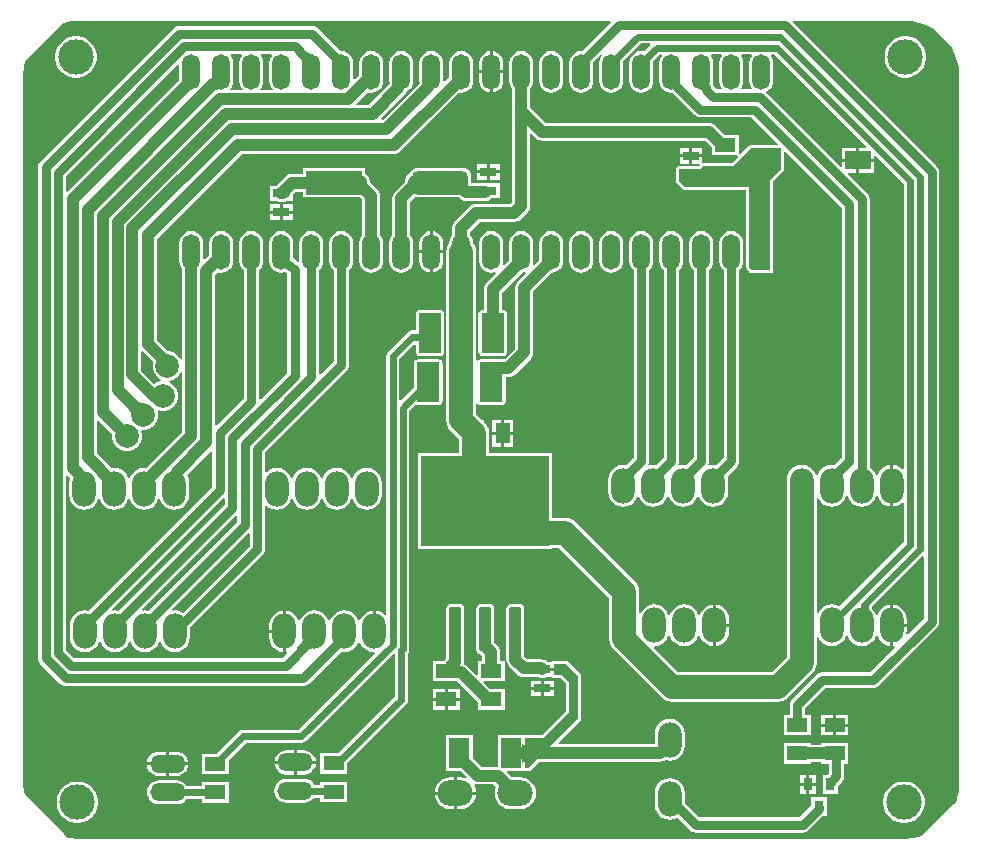
<source format=gtl>
G04*
G04 #@! TF.GenerationSoftware,Altium Limited,Altium Designer,22.9.1 (49)*
G04*
G04 Layer_Physical_Order=1*
G04 Layer_Color=255*
%FSLAX44Y44*%
%MOMM*%
G71*
G04*
G04 #@! TF.SameCoordinates,248AC2EE-2185-46B6-B0B3-A36349E764D8*
G04*
G04*
G04 #@! TF.FilePolarity,Positive*
G04*
G01*
G75*
G04:AMPARAMS|DCode=14|XSize=1.9mm|YSize=3.37mm|CornerRadius=0.0665mm|HoleSize=0mm|Usage=FLASHONLY|Rotation=0.000|XOffset=0mm|YOffset=0mm|HoleType=Round|Shape=RoundedRectangle|*
%AMROUNDEDRECTD14*
21,1,1.9000,3.2370,0,0,0.0*
21,1,1.7670,3.3700,0,0,0.0*
1,1,0.1330,0.8835,-1.6185*
1,1,0.1330,-0.8835,-1.6185*
1,1,0.1330,-0.8835,1.6185*
1,1,0.1330,0.8835,1.6185*
%
%ADD14ROUNDEDRECTD14*%
%ADD15R,1.7000X1.1000*%
%ADD16R,1.8000X1.2000*%
G04:AMPARAMS|DCode=17|XSize=3.79mm|YSize=0.99mm|CornerRadius=0.1238mm|HoleSize=0mm|Usage=FLASHONLY|Rotation=90.000|XOffset=0mm|YOffset=0mm|HoleType=Round|Shape=RoundedRectangle|*
%AMROUNDEDRECTD17*
21,1,3.7900,0.7425,0,0,90.0*
21,1,3.5425,0.9900,0,0,90.0*
1,1,0.2475,0.3713,1.7713*
1,1,0.2475,0.3713,-1.7713*
1,1,0.2475,-0.3713,-1.7713*
1,1,0.2475,-0.3713,1.7713*
%
%ADD17ROUNDEDRECTD17*%
%ADD18R,10.8400X7.6200*%
%ADD19R,1.4000X0.8000*%
%ADD20R,1.2000X1.8000*%
%ADD21R,1.8000X2.5000*%
G04:AMPARAMS|DCode=22|XSize=2mm|YSize=4.75mm|CornerRadius=0.5mm|HoleSize=0mm|Usage=FLASHONLY|Rotation=270.000|XOffset=0mm|YOffset=0mm|HoleType=Round|Shape=RoundedRectangle|*
%AMROUNDEDRECTD22*
21,1,2.0000,3.7500,0,0,270.0*
21,1,1.0000,4.7500,0,0,270.0*
1,1,1.0000,-1.8750,-0.5000*
1,1,1.0000,-1.8750,0.5000*
1,1,1.0000,1.8750,0.5000*
1,1,1.0000,1.8750,-0.5000*
%
%ADD22ROUNDEDRECTD22*%
%ADD23R,4.7500X2.0000*%
%ADD24R,2.1800X1.6000*%
%ADD25R,0.8000X1.1000*%
%ADD26C,2.0000*%
%ADD27C,1.0000*%
%ADD28C,0.8000*%
%ADD29C,0.6000*%
%ADD30O,2.0000X3.0000*%
%ADD31O,2.0000X3.0000*%
%ADD32O,3.0000X1.5240*%
%ADD33O,3.0000X2.2000*%
%ADD34R,1.5080X3.0000*%
%ADD35O,1.5080X3.0000*%
%ADD36C,1.5240*%
%ADD37C,1.0000*%
%ADD38C,2.0000*%
%ADD39C,3.0000*%
G36*
X740785Y695537D02*
X746708Y694359D01*
X752425Y692418D01*
X757841Y689747D01*
X762306Y686764D01*
X771753Y677316D01*
X774737Y672851D01*
X777408Y667435D01*
X779349Y661718D01*
X780527Y655795D01*
X780910Y649946D01*
X780875Y649770D01*
Y49770D01*
X780910Y49594D01*
X780527Y43745D01*
X779349Y37822D01*
X778857Y36372D01*
X777919Y34969D01*
X776151Y33201D01*
X748863Y5913D01*
X746708Y5181D01*
X740785Y4003D01*
X734936Y3620D01*
X734760Y3655D01*
X34760D01*
X34584Y3620D01*
X28735Y4003D01*
X26699Y4408D01*
X24810Y5670D01*
X23040Y7440D01*
X-10446Y40926D01*
X-11007Y43745D01*
X-11390Y49594D01*
X-11355Y49770D01*
Y649770D01*
X-11390Y649946D01*
X-11007Y655795D01*
X-9829Y661718D01*
X-9683Y662147D01*
X22383Y694213D01*
X22812Y694359D01*
X28735Y695537D01*
X34584Y695920D01*
X34760Y695885D01*
X485667D01*
X486153Y694712D01*
X461751Y670310D01*
X461010Y670407D01*
X458379Y670061D01*
X455927Y669045D01*
X453821Y667429D01*
X452205Y665323D01*
X451189Y662871D01*
X450843Y660240D01*
Y645320D01*
X451189Y642689D01*
X452205Y640237D01*
X453821Y638131D01*
X455927Y636515D01*
X458379Y635499D01*
X461010Y635153D01*
X463641Y635499D01*
X466093Y636515D01*
X468199Y638131D01*
X469815Y640237D01*
X470830Y642689D01*
X471177Y645320D01*
Y660240D01*
X471079Y660981D01*
X477924Y667825D01*
X478881Y666986D01*
X477605Y665323D01*
X476590Y662871D01*
X476243Y660240D01*
Y645320D01*
X476590Y642689D01*
X477605Y640237D01*
X479221Y638131D01*
X481326Y636515D01*
X483779Y635499D01*
X486410Y635153D01*
X489041Y635499D01*
X491493Y636515D01*
X493599Y638131D01*
X495215Y640237D01*
X496231Y642689D01*
X496577Y645320D01*
Y660240D01*
X496324Y662165D01*
X511120Y676962D01*
X518884D01*
X519370Y675788D01*
X513735Y670154D01*
X511810Y670407D01*
X509179Y670061D01*
X506726Y669045D01*
X504621Y667429D01*
X503005Y665323D01*
X501990Y662871D01*
X501643Y660240D01*
Y645320D01*
X501990Y642689D01*
X503005Y640237D01*
X504621Y638131D01*
X506726Y636515D01*
X509179Y635499D01*
X511810Y635153D01*
X514441Y635499D01*
X516894Y636515D01*
X518999Y638131D01*
X520615Y640237D01*
X521631Y642689D01*
X521977Y645320D01*
Y660240D01*
X521724Y662165D01*
X527230Y667672D01*
X528606D01*
X529232Y666402D01*
X528405Y665323D01*
X527389Y662871D01*
X527043Y660240D01*
Y645320D01*
X527389Y642689D01*
X528405Y640237D01*
X530021Y638131D01*
X532127Y636515D01*
X534579Y635499D01*
X537210Y635153D01*
X537951Y635251D01*
X557166Y616036D01*
X558532Y614987D01*
X560123Y614328D01*
X561830Y614104D01*
X604992D01*
X627322Y591773D01*
X626836Y590600D01*
X604520D01*
X603529Y590403D01*
X602689Y589841D01*
X595740Y582892D01*
X594470Y583419D01*
Y599090D01*
X582605D01*
X574338Y607358D01*
X572762Y608566D01*
X570928Y609326D01*
X568960Y609585D01*
X431140D01*
X417815Y622910D01*
Y638673D01*
X419015Y640237D01*
X420031Y642689D01*
X420377Y645320D01*
Y660240D01*
X420031Y662871D01*
X419015Y665323D01*
X417399Y667429D01*
X415294Y669045D01*
X412841Y670061D01*
X410210Y670407D01*
X407579Y670061D01*
X405126Y669045D01*
X403021Y667429D01*
X401405Y665323D01*
X400390Y662871D01*
X400043Y660240D01*
Y645320D01*
X400390Y642689D01*
X401405Y640237D01*
X402605Y638673D01*
Y619760D01*
Y542408D01*
X401202Y541005D01*
X372110D01*
X370142Y540746D01*
X368307Y539986D01*
X366732Y538778D01*
X354032Y526078D01*
X352824Y524502D01*
X352064Y522668D01*
X351805Y520700D01*
Y514487D01*
X350605Y512924D01*
X349590Y510471D01*
X349243Y507840D01*
Y507729D01*
X348456Y506704D01*
X347193Y503654D01*
X346762Y500380D01*
Y357570D01*
X346762Y357570D01*
X347193Y354296D01*
X348456Y351246D01*
X350466Y348626D01*
X357622Y341471D01*
Y330200D01*
X322990D01*
Y248920D01*
X436470D01*
Y249869D01*
X442174D01*
X484701Y207342D01*
Y189150D01*
Y184150D01*
Y172674D01*
X484701Y172674D01*
X485131Y169400D01*
X486395Y166350D01*
X488405Y163730D01*
X528999Y123137D01*
X528999Y123136D01*
X531618Y121126D01*
X534669Y119863D01*
X537942Y119432D01*
X537943Y119432D01*
X627380D01*
X627380Y119432D01*
X630654Y119863D01*
X633704Y121126D01*
X636324Y123136D01*
X656644Y143456D01*
X656644Y143456D01*
X658654Y146076D01*
X659917Y149126D01*
X660348Y152400D01*
X660348Y152400D01*
Y173848D01*
X661618Y174101D01*
X662146Y172826D01*
X664156Y170206D01*
X666776Y168196D01*
X669826Y166933D01*
X673100Y166502D01*
X676374Y166933D01*
X679424Y168196D01*
X682044Y170206D01*
X684054Y172826D01*
X685113Y175383D01*
X686487D01*
X687546Y172826D01*
X689556Y170206D01*
X692176Y168196D01*
X695226Y166933D01*
X698500Y166502D01*
X701774Y166933D01*
X704824Y168196D01*
X707444Y170206D01*
X709454Y172826D01*
X710513Y175383D01*
X711887D01*
X712946Y172826D01*
X714956Y170206D01*
X717576Y168196D01*
X720626Y166933D01*
X722630Y166669D01*
Y184150D01*
Y201631D01*
X720626Y201367D01*
X717576Y200104D01*
X714956Y198094D01*
X712946Y195474D01*
X711887Y192917D01*
X710513D01*
X709454Y195474D01*
X707444Y198094D01*
X706978Y198451D01*
X706903Y199805D01*
X749750Y242652D01*
X750923Y242166D01*
Y190022D01*
X737492Y176591D01*
X736289Y177184D01*
X736548Y179150D01*
Y182880D01*
X725170D01*
Y166669D01*
X725866Y166761D01*
X726459Y165558D01*
X705169Y144268D01*
X664722D01*
X663014Y144043D01*
X661423Y143384D01*
X660057Y142336D01*
X639226Y121504D01*
X638177Y120138D01*
X637518Y118547D01*
X637294Y116840D01*
Y108170D01*
X632350D01*
Y91090D01*
X655430D01*
Y108170D01*
X650486D01*
Y114108D01*
X667454Y131075D01*
X707902D01*
X709609Y131300D01*
X711200Y131959D01*
X712566Y133007D01*
X762184Y182626D01*
X763233Y183992D01*
X763892Y185583D01*
X764116Y187290D01*
Y567854D01*
X763892Y569561D01*
X763233Y571152D01*
X762184Y572518D01*
X639990Y694712D01*
X640476Y695885D01*
X734760D01*
X734936Y695920D01*
X740785Y695537D01*
D02*
G37*
G36*
X605432Y666402D02*
X604605Y665323D01*
X603590Y662871D01*
X603243Y660240D01*
Y645320D01*
X603590Y642689D01*
X604605Y640237D01*
X605472Y639106D01*
X604846Y637836D01*
X596574D01*
X595948Y639106D01*
X596815Y640237D01*
X597831Y642689D01*
X598177Y645320D01*
Y660240D01*
X597831Y662871D01*
X596815Y665323D01*
X595988Y666402D01*
X596614Y667672D01*
X604806D01*
X605432Y666402D01*
D02*
G37*
G36*
X580032D02*
X579205Y665323D01*
X578190Y662871D01*
X577843Y660240D01*
Y645320D01*
X578190Y642689D01*
X579205Y640237D01*
X580072Y639106D01*
X579446Y637836D01*
X575452D01*
X572644Y640645D01*
X572522Y641572D01*
X572245Y642240D01*
X572430Y642689D01*
X572777Y645320D01*
Y660240D01*
X572430Y662871D01*
X571415Y665323D01*
X570588Y666402D01*
X571214Y667672D01*
X579406D01*
X580032Y666402D01*
D02*
G37*
G36*
X629920Y570230D02*
X621030Y561340D01*
Y485140D01*
X605790D01*
X603250Y487680D01*
Y554990D01*
X548640D01*
X543560Y560070D01*
Y570230D01*
X561340D01*
X563880Y572770D01*
X589280D01*
X604520Y588010D01*
X629920D01*
Y570230D01*
D02*
G37*
G36*
X422612Y596602D02*
X424188Y595394D01*
X426022Y594634D01*
X427990Y594375D01*
X565810D01*
X571390Y588795D01*
Y582010D01*
X593061D01*
X593587Y580740D01*
X588207Y575360D01*
X563996D01*
X563880Y575360D01*
X563260Y575869D01*
Y580390D01*
X554990D01*
Y575120D01*
X560771D01*
X561297Y573850D01*
X560267Y572820D01*
X543560D01*
X542569Y572623D01*
X541729Y572061D01*
X541167Y571221D01*
X540970Y570230D01*
Y560070D01*
X541167Y559079D01*
X541729Y558239D01*
X546809Y553159D01*
X547649Y552597D01*
X548640Y552400D01*
X600660D01*
Y487680D01*
X600857Y486689D01*
X601419Y485849D01*
X603330Y483937D01*
Y482840D01*
X604660D01*
X604799Y482747D01*
X605790Y482550D01*
X621030D01*
X622021Y482747D01*
X622160Y482840D01*
X623490D01*
Y484488D01*
X623620Y485140D01*
Y560267D01*
X631751Y568399D01*
X632313Y569239D01*
X632510Y570230D01*
Y584926D01*
X633683Y585412D01*
X681364Y537732D01*
Y326245D01*
X674803Y319684D01*
X673100Y319908D01*
X669826Y319477D01*
X666776Y318214D01*
X664156Y316204D01*
X662146Y313584D01*
X661087Y311027D01*
X659713D01*
X658654Y313584D01*
X656644Y316204D01*
X654024Y318214D01*
X650974Y319477D01*
X647700Y319908D01*
X644426Y319477D01*
X641376Y318214D01*
X638756Y316204D01*
X636746Y313584D01*
X635483Y310534D01*
X635052Y307260D01*
Y297260D01*
Y189150D01*
Y179150D01*
Y157639D01*
X622141Y144728D01*
X543181D01*
X522576Y165333D01*
X523151Y166555D01*
X526022Y166933D01*
X529073Y168196D01*
X531692Y170206D01*
X533702Y172826D01*
X534761Y175383D01*
X536136D01*
X537195Y172826D01*
X539205Y170206D01*
X541825Y168196D01*
X544875Y166933D01*
X548149Y166502D01*
X551422Y166933D01*
X554473Y168196D01*
X557092Y170206D01*
X559102Y172826D01*
X560161Y175383D01*
X561536D01*
X562595Y172826D01*
X564605Y170206D01*
X567225Y168196D01*
X570275Y166933D01*
X572279Y166669D01*
Y184150D01*
Y201631D01*
X570275Y201367D01*
X567225Y200104D01*
X564605Y198094D01*
X562595Y195474D01*
X561536Y192917D01*
X560161D01*
X559102Y195474D01*
X557092Y198094D01*
X554473Y200104D01*
X551422Y201367D01*
X548149Y201798D01*
X544875Y201367D01*
X541825Y200104D01*
X539205Y198094D01*
X537195Y195474D01*
X536136Y192917D01*
X534761D01*
X533702Y195474D01*
X531692Y198094D01*
X529073Y200104D01*
X526022Y201367D01*
X522749Y201798D01*
X519475Y201367D01*
X516425Y200104D01*
X513805Y198094D01*
X511795Y195474D01*
X511267Y194199D01*
X509997Y194452D01*
Y212581D01*
X509997Y212581D01*
X509566Y215855D01*
X508302Y218905D01*
X506292Y221525D01*
X456357Y271460D01*
X453737Y273470D01*
X450687Y274734D01*
X447413Y275165D01*
X447413Y275165D01*
X436470D01*
Y330200D01*
X382918D01*
Y346710D01*
X382487Y349984D01*
X381224Y353034D01*
X379214Y355654D01*
X379214Y355654D01*
X378810Y356057D01*
Y358250D01*
X376617D01*
X372058Y362809D01*
Y371407D01*
X373328Y371793D01*
X373594Y371394D01*
X374655Y370686D01*
X375905Y370437D01*
X393575D01*
X394826Y370686D01*
X395886Y371394D01*
X396594Y372454D01*
X396843Y373705D01*
Y394135D01*
X399200D01*
X401168Y394394D01*
X403003Y395154D01*
X404578Y396362D01*
X418186Y409971D01*
X419395Y411546D01*
X420155Y413381D01*
X420414Y415349D01*
Y466969D01*
X436287Y482842D01*
X438241Y483100D01*
X440694Y484115D01*
X442799Y485731D01*
X444415Y487836D01*
X445430Y490289D01*
X445777Y492920D01*
Y507840D01*
X445430Y510471D01*
X444415Y512924D01*
X442799Y515029D01*
X440694Y516645D01*
X438241Y517660D01*
X435610Y518007D01*
X432979Y517660D01*
X430527Y516645D01*
X428421Y515029D01*
X426805Y512924D01*
X425789Y510471D01*
X425443Y507840D01*
Y493508D01*
X420827Y488892D01*
X419750Y489611D01*
X420031Y490289D01*
X420377Y492920D01*
Y507840D01*
X420031Y510471D01*
X419015Y512924D01*
X417399Y515029D01*
X415294Y516645D01*
X412841Y517660D01*
X410210Y518007D01*
X407579Y517660D01*
X405126Y516645D01*
X403021Y515029D01*
X401405Y512924D01*
X400390Y510471D01*
X400043Y507840D01*
Y493508D01*
X395427Y488892D01*
X394350Y489611D01*
X394631Y490289D01*
X394977Y492920D01*
Y507840D01*
X394631Y510471D01*
X393615Y512924D01*
X391999Y515029D01*
X389893Y516645D01*
X387441Y517660D01*
X384810Y518007D01*
X382179Y517660D01*
X379726Y516645D01*
X377621Y515029D01*
X376005Y512924D01*
X374990Y510471D01*
X374643Y507840D01*
Y492920D01*
X374990Y490289D01*
X376005Y487836D01*
X377621Y485731D01*
X379726Y484115D01*
X382179Y483100D01*
X384810Y482753D01*
X387441Y483100D01*
X388119Y483380D01*
X388838Y482303D01*
X380632Y474098D01*
X379424Y472523D01*
X378664Y470688D01*
X378405Y468720D01*
Y451253D01*
X377175D01*
X375924Y451004D01*
X374864Y450296D01*
X374156Y449235D01*
X373907Y447985D01*
Y415615D01*
X374156Y414365D01*
X374864Y413304D01*
X375924Y412596D01*
X377175Y412347D01*
X394845D01*
X396096Y412596D01*
X397156Y413304D01*
X397864Y414365D01*
X398113Y415615D01*
Y447985D01*
X397864Y449235D01*
X397156Y450296D01*
X396096Y451004D01*
X394845Y451253D01*
X393615D01*
Y465570D01*
X410887Y482842D01*
X412841Y483100D01*
X413519Y483380D01*
X414238Y482303D01*
X407431Y475496D01*
X406223Y473921D01*
X405463Y472087D01*
X405204Y470119D01*
Y418499D01*
X396050Y409345D01*
X389240D01*
X389223Y409343D01*
X375905D01*
X374655Y409094D01*
X373594Y408386D01*
X373328Y407987D01*
X372058Y408373D01*
Y500380D01*
X371627Y503654D01*
X370364Y506704D01*
X369577Y507729D01*
Y507840D01*
X369230Y510471D01*
X368215Y512924D01*
X367015Y514487D01*
Y517550D01*
X375260Y525795D01*
X404352D01*
X406320Y526054D01*
X408155Y526814D01*
X409730Y528022D01*
X415588Y533880D01*
X416796Y535455D01*
X417111Y536215D01*
X417556Y537290D01*
X417815Y539258D01*
Y599740D01*
X418988Y600226D01*
X422612Y596602D01*
D02*
G37*
G36*
X702253Y589563D02*
X701767Y588390D01*
X696490D01*
Y579120D01*
X708660D01*
Y581497D01*
X709833Y581983D01*
X733791Y558025D01*
Y316909D01*
X732521Y316451D01*
X730224Y318214D01*
X727174Y319477D01*
X725170Y319741D01*
Y302260D01*
Y284779D01*
X727174Y285043D01*
X730224Y286306D01*
X732521Y288069D01*
X733791Y287611D01*
Y254747D01*
X679229Y200184D01*
X676374Y201367D01*
X673100Y201798D01*
X669826Y201367D01*
X666776Y200104D01*
X664156Y198094D01*
X662146Y195474D01*
X661618Y194199D01*
X660348Y194452D01*
Y291958D01*
X661618Y292211D01*
X662146Y290936D01*
X664156Y288316D01*
X666776Y286306D01*
X669826Y285043D01*
X673100Y284612D01*
X676374Y285043D01*
X679424Y286306D01*
X682044Y288316D01*
X684054Y290936D01*
X685113Y293493D01*
X686487D01*
X687546Y290936D01*
X689556Y288316D01*
X692176Y286306D01*
X695226Y285043D01*
X698500Y284612D01*
X701774Y285043D01*
X704824Y286306D01*
X707444Y288316D01*
X709454Y290936D01*
X710513Y293493D01*
X711887D01*
X712946Y290936D01*
X714956Y288316D01*
X717576Y286306D01*
X720626Y285043D01*
X722630Y284779D01*
Y302260D01*
Y319741D01*
X720626Y319477D01*
X717576Y318214D01*
X714956Y316204D01*
X712946Y313584D01*
X711887Y311027D01*
X710513D01*
X709454Y313584D01*
X707444Y316204D01*
X705096Y318005D01*
Y544830D01*
X704872Y546537D01*
X704213Y548128D01*
X703164Y549494D01*
X686522Y566137D01*
X687008Y567310D01*
X693950D01*
Y576580D01*
X681780D01*
Y572538D01*
X680607Y572052D01*
X617640Y635019D01*
X617888Y636264D01*
X618493Y636515D01*
X620599Y638131D01*
X622215Y640237D01*
X623231Y642689D01*
X623577Y645320D01*
Y660240D01*
X623231Y662871D01*
X622215Y665323D01*
X621388Y666402D01*
X622014Y667672D01*
X624145D01*
X702253Y589563D01*
D02*
G37*
G36*
X704189Y197417D02*
X697905Y199140D01*
X697930Y199161D01*
X697953Y199240D01*
X697973Y199375D01*
X697991Y199568D01*
X698034Y200913D01*
X698039Y201929D01*
X704039D01*
X704189Y197417D01*
D02*
G37*
%LPC*%
G36*
X386080Y670240D02*
Y654050D01*
X394977D01*
Y660240D01*
X394631Y662871D01*
X393615Y665323D01*
X391999Y667429D01*
X389893Y669045D01*
X387441Y670061D01*
X386080Y670240D01*
D02*
G37*
G36*
X383540D02*
X382179Y670061D01*
X379726Y669045D01*
X377621Y667429D01*
X376005Y665323D01*
X374990Y662871D01*
X374643Y660240D01*
Y654050D01*
X383540D01*
Y670240D01*
D02*
G37*
G36*
X737057Y683020D02*
X733603D01*
X730214Y682346D01*
X727022Y681024D01*
X724149Y679104D01*
X721706Y676661D01*
X719786Y673788D01*
X718464Y670596D01*
X717790Y667207D01*
Y663753D01*
X718464Y660364D01*
X719786Y657172D01*
X721706Y654299D01*
X724149Y651856D01*
X727022Y649936D01*
X730214Y648614D01*
X733603Y647940D01*
X737057D01*
X740446Y648614D01*
X743638Y649936D01*
X746511Y651856D01*
X748954Y654299D01*
X750874Y657172D01*
X752196Y660364D01*
X752870Y663753D01*
Y667207D01*
X752196Y670596D01*
X750874Y673788D01*
X748954Y676661D01*
X746511Y679104D01*
X743638Y681024D01*
X740446Y682346D01*
X737057Y683020D01*
D02*
G37*
G36*
X34748D02*
X31293D01*
X27904Y682346D01*
X24712Y681024D01*
X21839Y679104D01*
X19396Y676661D01*
X17476Y673788D01*
X16154Y670596D01*
X15480Y667207D01*
Y663753D01*
X16154Y660364D01*
X17476Y657172D01*
X19396Y654299D01*
X21839Y651856D01*
X24712Y649936D01*
X27904Y648614D01*
X31293Y647940D01*
X34748D01*
X38136Y648614D01*
X41328Y649936D01*
X44201Y651856D01*
X46644Y654299D01*
X48564Y657172D01*
X49886Y660364D01*
X50560Y663753D01*
Y667207D01*
X49886Y670596D01*
X48564Y673788D01*
X46644Y676661D01*
X44201Y679104D01*
X41328Y681024D01*
X38136Y682346D01*
X34748Y683020D01*
D02*
G37*
G36*
X394977Y651510D02*
X386080D01*
Y635320D01*
X387441Y635499D01*
X389893Y636515D01*
X391999Y638131D01*
X393615Y640237D01*
X394631Y642689D01*
X394977Y645320D01*
Y651510D01*
D02*
G37*
G36*
X383540D02*
X374643D01*
Y645320D01*
X374990Y642689D01*
X376005Y640237D01*
X377621Y638131D01*
X379726Y636515D01*
X382179Y635499D01*
X383540Y635320D01*
Y651510D01*
D02*
G37*
G36*
X435610Y670407D02*
X432979Y670061D01*
X430527Y669045D01*
X428421Y667429D01*
X426805Y665323D01*
X425789Y662871D01*
X425443Y660240D01*
Y645320D01*
X425789Y642689D01*
X426805Y640237D01*
X428421Y638131D01*
X430527Y636515D01*
X432979Y635499D01*
X435610Y635153D01*
X438241Y635499D01*
X440694Y636515D01*
X442799Y638131D01*
X444415Y640237D01*
X445430Y642689D01*
X445777Y645320D01*
Y660240D01*
X445430Y662871D01*
X444415Y665323D01*
X442799Y667429D01*
X440694Y669045D01*
X438241Y670061D01*
X435610Y670407D01*
D02*
G37*
G36*
X233190Y691456D02*
X120612D01*
X118905Y691232D01*
X117314Y690573D01*
X115948Y689524D01*
X2956Y576532D01*
X1907Y575166D01*
X1248Y573575D01*
X1024Y571868D01*
Y156151D01*
X1248Y154443D01*
X1907Y152852D01*
X2956Y151486D01*
X19786Y134656D01*
X21152Y133607D01*
X22743Y132948D01*
X24451Y132724D01*
X225600D01*
X227307Y132948D01*
X228898Y133607D01*
X230264Y134656D01*
X257417Y161808D01*
X260350Y161422D01*
X263624Y161853D01*
X266674Y163116D01*
X269294Y165126D01*
X271304Y167746D01*
X272363Y170303D01*
X273737D01*
X274796Y167746D01*
X276806Y165126D01*
X279426Y163116D01*
X282476Y161853D01*
X285347Y161475D01*
X285922Y160253D01*
X221487Y95819D01*
X174690D01*
X174690Y95819D01*
X172528Y95389D01*
X170696Y94164D01*
X170696Y94164D01*
X151682Y75150D01*
X139590D01*
Y58070D01*
X162670D01*
Y70162D01*
X177030Y84522D01*
X223827D01*
X223827Y84521D01*
X225988Y84951D01*
X227821Y86176D01*
X301788Y160143D01*
X302962Y159657D01*
Y123670D01*
X255012Y75720D01*
X239920D01*
Y58640D01*
X263000D01*
Y67732D01*
X312604Y117336D01*
X312604Y117336D01*
X313829Y119168D01*
X314259Y121330D01*
X314258Y121330D01*
Y160752D01*
X315049Y161934D01*
X315478Y164096D01*
X315478Y164096D01*
Y365840D01*
X320777Y371139D01*
X321455Y370686D01*
X322705Y370437D01*
X340375D01*
X341626Y370686D01*
X342686Y371394D01*
X343394Y372454D01*
X343643Y373705D01*
Y406075D01*
X343394Y407326D01*
X342686Y408386D01*
X341626Y409094D01*
X340375Y409343D01*
X322705D01*
X321455Y409094D01*
X320394Y408386D01*
X319686Y407326D01*
X319437Y406075D01*
Y385775D01*
X308112Y374450D01*
X306938Y374936D01*
Y409440D01*
X319437Y421939D01*
X320707Y421413D01*
Y415615D01*
X320956Y414365D01*
X321664Y413304D01*
X322724Y412596D01*
X323975Y412347D01*
X341645D01*
X342896Y412596D01*
X343956Y413304D01*
X344664Y414365D01*
X344913Y415615D01*
Y447985D01*
X344664Y449235D01*
X343956Y450296D01*
X342896Y451004D01*
X341645Y451253D01*
X323975D01*
X322724Y451004D01*
X321664Y450296D01*
X320956Y449235D01*
X320707Y447985D01*
Y433963D01*
X317825D01*
X315663Y433533D01*
X313831Y432309D01*
X313831Y432309D01*
X297296Y415774D01*
X296071Y413942D01*
X295641Y411780D01*
X295641Y411780D01*
Y193719D01*
X294371Y193261D01*
X292074Y195024D01*
X289024Y196287D01*
X287020Y196551D01*
Y179070D01*
X284480D01*
Y196551D01*
X282476Y196287D01*
X279426Y195024D01*
X276806Y193014D01*
X274796Y190394D01*
X273737Y187837D01*
X272363D01*
X271304Y190394D01*
X269294Y193014D01*
X266674Y195024D01*
X263624Y196287D01*
X260350Y196718D01*
X257076Y196287D01*
X254026Y195024D01*
X251406Y193014D01*
X249396Y190394D01*
X248337Y187837D01*
X246963D01*
X245904Y190394D01*
X243894Y193014D01*
X241274Y195024D01*
X238224Y196287D01*
X234950Y196718D01*
X231676Y196287D01*
X228626Y195024D01*
X226006Y193014D01*
X223996Y190394D01*
X222937Y187837D01*
X221563D01*
X220504Y190394D01*
X218494Y193014D01*
X215874Y195024D01*
X212824Y196287D01*
X210820Y196551D01*
Y179070D01*
Y161589D01*
X211424Y161668D01*
X212017Y160466D01*
X208008Y156456D01*
X31549D01*
X24756Y163249D01*
Y310267D01*
X26026Y310793D01*
X28193Y308626D01*
X27931Y307994D01*
X27501Y304720D01*
Y294720D01*
X27931Y291446D01*
X29195Y288396D01*
X31205Y285776D01*
X33825Y283766D01*
X36875Y282503D01*
X40149Y282072D01*
X43422Y282503D01*
X46473Y283766D01*
X49092Y285776D01*
X51102Y288396D01*
X52161Y290953D01*
X53536D01*
X54595Y288396D01*
X56605Y285776D01*
X59225Y283766D01*
X62275Y282503D01*
X65549Y282072D01*
X68822Y282503D01*
X71873Y283766D01*
X74492Y285776D01*
X76502Y288396D01*
X77561Y290953D01*
X78936D01*
X79995Y288396D01*
X82005Y285776D01*
X84625Y283766D01*
X87675Y282503D01*
X90949Y282072D01*
X94222Y282503D01*
X97273Y283766D01*
X99892Y285776D01*
X101902Y288396D01*
X102961Y290953D01*
X104336D01*
X105395Y288396D01*
X107405Y285776D01*
X110024Y283766D01*
X113075Y282503D01*
X116349Y282072D01*
X119622Y282503D01*
X122673Y283766D01*
X125292Y285776D01*
X127302Y288396D01*
X128566Y291446D01*
X128997Y294720D01*
Y304720D01*
X128566Y307994D01*
X127302Y311044D01*
X126832Y311657D01*
X147270Y332095D01*
X148443Y331609D01*
Y301202D01*
X43573Y196332D01*
X40640Y196718D01*
X37366Y196287D01*
X34316Y195024D01*
X31696Y193014D01*
X29686Y190394D01*
X28423Y187344D01*
X27992Y184070D01*
Y174070D01*
X28423Y170796D01*
X29686Y167746D01*
X31696Y165126D01*
X34316Y163116D01*
X37366Y161853D01*
X40640Y161422D01*
X43914Y161853D01*
X46964Y163116D01*
X49584Y165126D01*
X51594Y167746D01*
X52653Y170303D01*
X54027D01*
X55086Y167746D01*
X57096Y165126D01*
X59716Y163116D01*
X62766Y161853D01*
X66040Y161422D01*
X69314Y161853D01*
X72364Y163116D01*
X74984Y165126D01*
X76994Y167746D01*
X78053Y170303D01*
X79427D01*
X80486Y167746D01*
X82496Y165126D01*
X85116Y163116D01*
X88166Y161853D01*
X91440Y161422D01*
X94714Y161853D01*
X97764Y163116D01*
X100384Y165126D01*
X102394Y167746D01*
X103453Y170303D01*
X104827D01*
X105886Y167746D01*
X107896Y165126D01*
X110516Y163116D01*
X113566Y161853D01*
X116840Y161422D01*
X120114Y161853D01*
X123164Y163116D01*
X125784Y165126D01*
X127794Y167746D01*
X129057Y170796D01*
X129488Y174070D01*
Y182389D01*
X191324Y244226D01*
X192373Y245592D01*
X193032Y247183D01*
X193256Y248890D01*
Y285162D01*
X194526Y285569D01*
X196876Y283766D01*
X199926Y282503D01*
X203200Y282072D01*
X206474Y282503D01*
X209524Y283766D01*
X212144Y285776D01*
X214154Y288396D01*
X215213Y290953D01*
X216587D01*
X217646Y288396D01*
X219656Y285776D01*
X222276Y283766D01*
X225326Y282503D01*
X228600Y282072D01*
X231874Y282503D01*
X234924Y283766D01*
X237544Y285776D01*
X239554Y288396D01*
X240613Y290953D01*
X241987D01*
X243046Y288396D01*
X245056Y285776D01*
X247676Y283766D01*
X250726Y282503D01*
X254000Y282072D01*
X257274Y282503D01*
X260324Y283766D01*
X262944Y285776D01*
X264954Y288396D01*
X266013Y290953D01*
X267387D01*
X268446Y288396D01*
X270456Y285776D01*
X273076Y283766D01*
X276126Y282503D01*
X279400Y282072D01*
X282674Y282503D01*
X285724Y283766D01*
X288344Y285776D01*
X290354Y288396D01*
X291617Y291446D01*
X292048Y294720D01*
Y304720D01*
X291617Y307994D01*
X290354Y311044D01*
X288344Y313664D01*
X285724Y315674D01*
X282674Y316937D01*
X279400Y317368D01*
X276126Y316937D01*
X273076Y315674D01*
X270456Y313664D01*
X268446Y311044D01*
X267387Y308487D01*
X266013D01*
X264954Y311044D01*
X262944Y313664D01*
X260324Y315674D01*
X257274Y316937D01*
X254000Y317368D01*
X250726Y316937D01*
X247676Y315674D01*
X245056Y313664D01*
X243046Y311044D01*
X241987Y308487D01*
X240613D01*
X239554Y311044D01*
X237544Y313664D01*
X234924Y315674D01*
X231874Y316937D01*
X228600Y317368D01*
X225326Y316937D01*
X222276Y315674D01*
X219656Y313664D01*
X217646Y311044D01*
X216587Y308487D01*
X215213D01*
X214154Y311044D01*
X212144Y313664D01*
X209524Y315674D01*
X206474Y316937D01*
X203200Y317368D01*
X199926Y316937D01*
X196876Y315674D01*
X194536Y313879D01*
X193267Y314296D01*
Y330990D01*
X262474Y400198D01*
X263523Y401564D01*
X264182Y403155D01*
X264406Y404863D01*
Y485276D01*
X264999Y485731D01*
X266615Y487836D01*
X267631Y490289D01*
X267977Y492920D01*
Y507840D01*
X267631Y510471D01*
X266615Y512924D01*
X264999Y515029D01*
X262894Y516645D01*
X260441Y517660D01*
X257810Y518007D01*
X255179Y517660D01*
X252726Y516645D01*
X250621Y515029D01*
X249005Y512924D01*
X247990Y510471D01*
X247643Y507840D01*
Y492920D01*
X247990Y490289D01*
X249005Y487836D01*
X250621Y485731D01*
X251214Y485276D01*
Y407595D01*
X240180Y396561D01*
X239006Y397047D01*
Y485276D01*
X239599Y485731D01*
X241215Y487836D01*
X242230Y490289D01*
X242577Y492920D01*
Y507840D01*
X242230Y510471D01*
X241215Y512924D01*
X239599Y515029D01*
X237493Y516645D01*
X235041Y517660D01*
X232410Y518007D01*
X229779Y517660D01*
X227327Y516645D01*
X225221Y515029D01*
X223605Y512924D01*
X222589Y510471D01*
X222243Y507840D01*
Y492920D01*
X222380Y491878D01*
X221177Y491285D01*
X218418Y494044D01*
X217177Y494997D01*
Y507840D01*
X216831Y510471D01*
X215815Y512924D01*
X214199Y515029D01*
X212094Y516645D01*
X209641Y517660D01*
X207010Y518007D01*
X204379Y517660D01*
X201926Y516645D01*
X199821Y515029D01*
X198205Y512924D01*
X197190Y510471D01*
X196843Y507840D01*
Y492920D01*
X197190Y490289D01*
X198205Y487836D01*
X199821Y485731D01*
X201926Y484115D01*
X204379Y483100D01*
X207010Y482753D01*
X209641Y483100D01*
X210090Y483285D01*
X210759Y483008D01*
X210802Y483003D01*
X211844Y481961D01*
Y398036D01*
X189380Y375573D01*
X188206Y376059D01*
Y485276D01*
X188799Y485731D01*
X190415Y487836D01*
X191430Y490289D01*
X191777Y492920D01*
Y507840D01*
X191430Y510471D01*
X190415Y512924D01*
X188799Y515029D01*
X186693Y516645D01*
X184241Y517660D01*
X181610Y518007D01*
X178979Y517660D01*
X176527Y516645D01*
X174421Y515029D01*
X172805Y512924D01*
X171789Y510471D01*
X171443Y507840D01*
Y492920D01*
X171789Y490289D01*
X172805Y487836D01*
X174421Y485731D01*
X175014Y485276D01*
Y376112D01*
X152288Y353387D01*
X151115Y353873D01*
Y481144D01*
X153220Y483248D01*
X153579Y483100D01*
X156210Y482753D01*
X158841Y483100D01*
X161294Y484115D01*
X163399Y485731D01*
X165015Y487836D01*
X166031Y490289D01*
X166377Y492920D01*
Y507840D01*
X166031Y510471D01*
X165015Y512924D01*
X163399Y515029D01*
X161294Y516645D01*
X158841Y517660D01*
X156210Y518007D01*
X153579Y517660D01*
X151126Y516645D01*
X149021Y515029D01*
X147405Y512924D01*
X146390Y510471D01*
X146043Y507840D01*
Y497522D01*
X145787Y497326D01*
X142247Y493786D01*
X140977Y494312D01*
Y507840D01*
X140631Y510471D01*
X139615Y512924D01*
X137999Y515029D01*
X135893Y516645D01*
X133441Y517660D01*
X130810Y518007D01*
X128179Y517660D01*
X125726Y516645D01*
X123621Y515029D01*
X122005Y512924D01*
X120990Y510471D01*
X120643Y507840D01*
Y492920D01*
X120990Y490289D01*
X122005Y487836D01*
X123205Y486273D01*
Y409457D01*
X121935Y409117D01*
X120525Y411560D01*
X118190Y413895D01*
X115330Y415545D01*
X112141Y416400D01*
X111040D01*
X101585Y425855D01*
Y511200D01*
X173330Y582945D01*
X302257D01*
X304225Y583204D01*
X306059Y583964D01*
X307634Y585172D01*
X357824Y635362D01*
X359410Y635153D01*
X362041Y635499D01*
X364493Y636515D01*
X366599Y638131D01*
X368215Y640237D01*
X369230Y642689D01*
X369577Y645320D01*
Y660240D01*
X369230Y662871D01*
X368215Y665323D01*
X366599Y667429D01*
X364493Y669045D01*
X362041Y670061D01*
X359410Y670407D01*
X356779Y670061D01*
X354327Y669045D01*
X352221Y667429D01*
X350605Y665323D01*
X349590Y662871D01*
X349243Y660240D01*
Y648260D01*
X349109Y648158D01*
X345256Y644305D01*
X344117Y644866D01*
X344177Y645320D01*
Y660240D01*
X343830Y662871D01*
X342815Y665323D01*
X341199Y667429D01*
X339094Y669045D01*
X336641Y670061D01*
X334010Y670407D01*
X331379Y670061D01*
X328927Y669045D01*
X326821Y667429D01*
X325205Y665323D01*
X324189Y662871D01*
X323843Y660240D01*
Y645320D01*
X324089Y643454D01*
X292973Y612338D01*
X292238Y612427D01*
X291766Y613751D01*
X311448Y633432D01*
X312656Y635008D01*
X313195Y636309D01*
X313694Y636515D01*
X315799Y638131D01*
X317415Y640237D01*
X318431Y642689D01*
X318777Y645320D01*
Y660240D01*
X318431Y662871D01*
X317415Y665323D01*
X315799Y667429D01*
X313694Y669045D01*
X311241Y670061D01*
X308610Y670407D01*
X305979Y670061D01*
X303526Y669045D01*
X301421Y667429D01*
X299805Y665323D01*
X298790Y662871D01*
X298443Y660240D01*
Y645320D01*
X298712Y643280D01*
X298549Y642044D01*
X281170Y624665D01*
X270896D01*
X270410Y625838D01*
X280220Y635648D01*
X280579Y635499D01*
X283210Y635153D01*
X285841Y635499D01*
X288293Y636515D01*
X290399Y638131D01*
X292015Y640237D01*
X293030Y642689D01*
X293377Y645320D01*
Y660240D01*
X293030Y662871D01*
X292015Y665323D01*
X290399Y667429D01*
X288293Y669045D01*
X285841Y670061D01*
X283210Y670407D01*
X280579Y670061D01*
X278127Y669045D01*
X276021Y667429D01*
X274405Y665323D01*
X273389Y662871D01*
X273043Y660240D01*
Y649922D01*
X272787Y649726D01*
X269247Y646186D01*
X267977Y646712D01*
Y660240D01*
X267631Y662871D01*
X266615Y665323D01*
X264999Y667429D01*
X262894Y669045D01*
X260441Y670061D01*
X257810Y670407D01*
X257069Y670310D01*
X237854Y689524D01*
X236488Y690573D01*
X234897Y691232D01*
X233190Y691456D01*
D02*
G37*
G36*
X391810Y574610D02*
X383540D01*
Y569340D01*
X391810D01*
Y574610D01*
D02*
G37*
G36*
X381000D02*
X372730D01*
Y569340D01*
X381000D01*
Y574610D01*
D02*
G37*
G36*
X391810Y566800D02*
X383540D01*
Y561530D01*
X391810D01*
Y566800D01*
D02*
G37*
G36*
X381000D02*
X372730D01*
Y561530D01*
X381000D01*
Y566800D01*
D02*
G37*
G36*
X360260Y571595D02*
X322760D01*
X320792Y571336D01*
X318958Y570576D01*
X317382Y569368D01*
X316174Y567793D01*
X315890Y567108D01*
X315582Y566930D01*
X313690Y565038D01*
X312352Y562722D01*
X311660Y560138D01*
Y559395D01*
X303232Y550968D01*
X302024Y549393D01*
X301264Y547558D01*
X301005Y545590D01*
Y514487D01*
X299805Y512924D01*
X298790Y510471D01*
X298443Y507840D01*
Y492920D01*
X298790Y490289D01*
X299805Y487836D01*
X301421Y485731D01*
X303526Y484115D01*
X305979Y483100D01*
X308610Y482753D01*
X311241Y483100D01*
X313694Y484115D01*
X315799Y485731D01*
X317415Y487836D01*
X318431Y490289D01*
X318777Y492920D01*
Y507840D01*
X318431Y510471D01*
X317415Y512924D01*
X316215Y514487D01*
Y542440D01*
X320528Y546753D01*
X320792Y546644D01*
X322760Y546385D01*
X357110D01*
X357962Y545532D01*
X359538Y544324D01*
X360297Y544009D01*
X361372Y543564D01*
X363340Y543305D01*
X379540D01*
X381508Y543564D01*
X383343Y544324D01*
X384914Y545530D01*
X391810D01*
Y558610D01*
X372730D01*
Y558515D01*
X367865D01*
Y563990D01*
X367606Y565958D01*
X366846Y567793D01*
X365638Y569368D01*
X364062Y570576D01*
X362228Y571336D01*
X360260Y571595D01*
D02*
G37*
G36*
X216550Y540450D02*
X208280D01*
Y535180D01*
X216550D01*
Y540450D01*
D02*
G37*
G36*
X205740D02*
X197470D01*
Y535180D01*
X205740D01*
Y540450D01*
D02*
G37*
G36*
X216550Y532640D02*
X208280D01*
Y527370D01*
X216550D01*
Y532640D01*
D02*
G37*
G36*
X205740D02*
X197470D01*
Y527370D01*
X205740D01*
Y532640D01*
D02*
G37*
G36*
X335280Y517840D02*
Y501650D01*
X344177D01*
Y507840D01*
X343830Y510471D01*
X342815Y512924D01*
X341199Y515029D01*
X339094Y516645D01*
X336641Y517660D01*
X335280Y517840D01*
D02*
G37*
G36*
X332740D02*
X331379Y517660D01*
X328927Y516645D01*
X326821Y515029D01*
X325205Y512924D01*
X324189Y510471D01*
X323843Y507840D01*
Y501650D01*
X332740D01*
Y517840D01*
D02*
G37*
G36*
X344177Y499110D02*
X335280D01*
Y482920D01*
X336641Y483100D01*
X339094Y484115D01*
X341199Y485731D01*
X342815Y487836D01*
X343830Y490289D01*
X344177Y492920D01*
Y499110D01*
D02*
G37*
G36*
X332740D02*
X323843D01*
Y492920D01*
X324189Y490289D01*
X325205Y487836D01*
X326821Y485731D01*
X328927Y484115D01*
X331379Y483100D01*
X332740Y482920D01*
Y499110D01*
D02*
G37*
G36*
X277800Y571530D02*
X225220D01*
Y566595D01*
X216090D01*
X214122Y566336D01*
X213047Y565891D01*
X212288Y565576D01*
X210712Y564368D01*
X204855Y558510D01*
X203646Y556935D01*
X203517Y556625D01*
X203207Y556496D01*
X203147Y556450D01*
X197470D01*
Y543370D01*
X203147D01*
X203207Y543324D01*
X205042Y542564D01*
X207010Y542305D01*
X208010D01*
X209978Y542564D01*
X211812Y543324D01*
X211873Y543370D01*
X216550D01*
Y547980D01*
X216818Y548330D01*
X217266Y549411D01*
X219240Y551385D01*
X225220D01*
Y546450D01*
X273375D01*
X275605Y544220D01*
Y514487D01*
X274405Y512924D01*
X273389Y510471D01*
X273043Y507840D01*
Y492920D01*
X273389Y490289D01*
X274405Y487836D01*
X276021Y485731D01*
X278127Y484115D01*
X280579Y483100D01*
X283210Y482753D01*
X285841Y483100D01*
X288293Y484115D01*
X290399Y485731D01*
X292015Y487836D01*
X293030Y490289D01*
X293377Y492920D01*
Y507840D01*
X293030Y510471D01*
X292015Y512924D01*
X290815Y514487D01*
Y547370D01*
X290556Y549338D01*
X290111Y550413D01*
X289796Y551172D01*
X288588Y552748D01*
X281940Y559395D01*
Y560138D01*
X281248Y562722D01*
X279910Y565038D01*
X278018Y566930D01*
X277800Y567056D01*
Y571530D01*
D02*
G37*
G36*
X725170Y201631D02*
Y185420D01*
X736548D01*
Y189150D01*
X736117Y192424D01*
X734854Y195474D01*
X732844Y198094D01*
X730224Y200104D01*
X727174Y201367D01*
X725170Y201631D01*
D02*
G37*
G36*
X208280Y196551D02*
X206276Y196287D01*
X203226Y195024D01*
X200606Y193014D01*
X198596Y190394D01*
X197333Y187344D01*
X196902Y184070D01*
Y180340D01*
X208280D01*
Y196551D01*
D02*
G37*
G36*
Y177800D02*
X196902D01*
Y174070D01*
X197333Y170796D01*
X198596Y167746D01*
X200606Y165126D01*
X203226Y163116D01*
X206276Y161853D01*
X208280Y161589D01*
Y177800D01*
D02*
G37*
G36*
X383442Y202324D02*
X376017D01*
X374544Y202031D01*
X373294Y201196D01*
X372459Y199946D01*
X372166Y198472D01*
Y181072D01*
X372125Y180760D01*
Y166370D01*
X372166Y166058D01*
Y163048D01*
X372459Y161574D01*
X373294Y160324D01*
X374544Y159489D01*
X376017Y159196D01*
X376149D01*
X377205Y158140D01*
Y153890D01*
X373270D01*
Y142304D01*
X372097Y141819D01*
X364188Y149728D01*
X362612Y150936D01*
X361716Y151307D01*
X361935Y152970D01*
Y180760D01*
X361894Y181072D01*
Y198472D01*
X361601Y199946D01*
X360766Y201196D01*
X359516Y202031D01*
X358042Y202324D01*
X350617D01*
X349144Y202031D01*
X347894Y201196D01*
X347059Y199946D01*
X346766Y198472D01*
Y181072D01*
X346725Y180760D01*
Y156120D01*
X345332Y154728D01*
X344690Y153890D01*
X335170D01*
Y136810D01*
X347216D01*
X347710Y136745D01*
X355660D01*
X373270Y119135D01*
Y112810D01*
X396350D01*
Y129890D01*
X384025D01*
X378279Y135637D01*
X378764Y136810D01*
X396350D01*
Y153890D01*
X392415D01*
Y161290D01*
X392156Y163258D01*
X391396Y165093D01*
X390188Y166668D01*
X387335Y169520D01*
Y180760D01*
X387294Y181072D01*
Y198472D01*
X387001Y199946D01*
X386166Y201196D01*
X384916Y202031D01*
X383442Y202324D01*
D02*
G37*
G36*
X437530Y137350D02*
X429260D01*
Y132080D01*
X437530D01*
Y137350D01*
D02*
G37*
G36*
X426720D02*
X418450D01*
Y132080D01*
X426720D01*
Y137350D01*
D02*
G37*
G36*
X437530Y129540D02*
X429260D01*
Y124270D01*
X437530D01*
Y129540D01*
D02*
G37*
G36*
X426720D02*
X418450D01*
Y124270D01*
X426720D01*
Y129540D01*
D02*
G37*
G36*
X358250Y129890D02*
X347980D01*
Y122620D01*
X358250D01*
Y129890D01*
D02*
G37*
G36*
X345440D02*
X335170D01*
Y122620D01*
X345440D01*
Y129890D01*
D02*
G37*
G36*
X358250Y120080D02*
X347980D01*
Y112810D01*
X358250D01*
Y120080D01*
D02*
G37*
G36*
X345440D02*
X335170D01*
Y112810D01*
X345440D01*
Y120080D01*
D02*
G37*
G36*
X687180Y108170D02*
X676910D01*
Y100900D01*
X687180D01*
Y108170D01*
D02*
G37*
G36*
X674370D02*
X664100D01*
Y100900D01*
X674370D01*
Y108170D01*
D02*
G37*
G36*
X687180Y98360D02*
X676910D01*
Y91090D01*
X687180D01*
Y98360D01*
D02*
G37*
G36*
X674370D02*
X664100D01*
Y91090D01*
X674370D01*
Y98360D01*
D02*
G37*
G36*
X687180Y84170D02*
X664100D01*
Y83235D01*
X655430D01*
Y84170D01*
X632350D01*
Y67090D01*
X655430D01*
Y68025D01*
X664100D01*
Y67090D01*
X670314D01*
Y58892D01*
X668991Y57570D01*
X665240D01*
Y51459D01*
X665184Y51030D01*
Y49530D01*
X665240Y49101D01*
Y41490D01*
X678320D01*
Y48241D01*
X681574Y51496D01*
X682623Y52862D01*
X683282Y54453D01*
X683506Y56160D01*
Y67090D01*
X687180D01*
Y84170D01*
D02*
G37*
G36*
X226050Y78308D02*
X219940D01*
Y69330D01*
X236131D01*
X235949Y70712D01*
X234925Y73184D01*
X233296Y75306D01*
X231174Y76935D01*
X228702Y77958D01*
X226050Y78308D01*
D02*
G37*
G36*
X217400D02*
X211290D01*
X208638Y77958D01*
X206166Y76935D01*
X204044Y75306D01*
X202415Y73184D01*
X201392Y70712D01*
X201210Y69330D01*
X217400D01*
Y78308D01*
D02*
G37*
G36*
X118100Y77038D02*
X111990D01*
Y68060D01*
X128181D01*
X127999Y69442D01*
X126975Y71914D01*
X125346Y74036D01*
X123224Y75665D01*
X120752Y76688D01*
X118100Y77038D01*
D02*
G37*
G36*
X109450D02*
X103340D01*
X100688Y76688D01*
X98216Y75665D01*
X96094Y74036D01*
X94465Y71914D01*
X93441Y69442D01*
X93259Y68060D01*
X109450D01*
Y77038D01*
D02*
G37*
G36*
X408843Y202324D02*
X401418D01*
X399944Y202031D01*
X398694Y201196D01*
X397859Y199946D01*
X397566Y198472D01*
Y181072D01*
X397525Y180760D01*
X397566Y180448D01*
Y163048D01*
X397575Y163002D01*
Y154890D01*
X397834Y152922D01*
X398594Y151088D01*
X399802Y149512D01*
X406882Y142432D01*
X408457Y141224D01*
X410292Y140464D01*
X412260Y140205D01*
X424233D01*
X426022Y139464D01*
X427990Y139205D01*
X429958Y139464D01*
X431792Y140224D01*
X431853Y140270D01*
X435906D01*
X436539Y139847D01*
X437530Y139650D01*
X443427D01*
X448260Y134817D01*
Y111563D01*
X428187Y91490D01*
X413270D01*
X412279Y91293D01*
X412200Y91240D01*
X390190D01*
Y65372D01*
X389235Y64535D01*
X388777Y64595D01*
X376590D01*
X369270Y71915D01*
Y91240D01*
X346190D01*
Y61160D01*
X358515D01*
X364142Y55533D01*
X363423Y54456D01*
X361865Y55101D01*
X358330Y55567D01*
X355600D01*
Y43180D01*
X371820D01*
X371521Y45445D01*
X370157Y48738D01*
X370072Y48849D01*
X370873Y49892D01*
X371472Y49644D01*
X373440Y49385D01*
X386260D01*
X387274Y48965D01*
X388775Y47464D01*
X387938Y45445D01*
X387473Y41910D01*
X387938Y38375D01*
X389303Y35082D01*
X391473Y32253D01*
X394302Y30083D01*
X397595Y28719D01*
X401130Y28253D01*
X409130D01*
X412665Y28719D01*
X415958Y30083D01*
X418787Y32253D01*
X420957Y35082D01*
X422322Y38375D01*
X422787Y41910D01*
X422322Y45445D01*
X420957Y48738D01*
X418787Y51567D01*
X415958Y53737D01*
X412665Y55101D01*
X409130Y55567D01*
X402183D01*
X397763Y59987D01*
X398249Y61160D01*
X412200D01*
X412279Y61107D01*
X413270Y60910D01*
X416560D01*
X417551Y61107D01*
X418391Y61669D01*
X425317Y68595D01*
X527204D01*
X529172Y68854D01*
X531007Y69614D01*
X531926Y70319D01*
X532666Y70013D01*
X535940Y69582D01*
X539214Y70013D01*
X542264Y71276D01*
X544884Y73286D01*
X546894Y75906D01*
X548157Y78956D01*
X548588Y82230D01*
Y92230D01*
X548157Y95504D01*
X546894Y98554D01*
X544884Y101174D01*
X542264Y103184D01*
X539214Y104447D01*
X535940Y104878D01*
X532666Y104447D01*
X529616Y103184D01*
X526996Y101174D01*
X524986Y98554D01*
X523723Y95504D01*
X523292Y92230D01*
Y83805D01*
X442187D01*
X441701Y84978D01*
X460301Y103579D01*
X460863Y104419D01*
X461060Y105410D01*
Y140970D01*
X460863Y141961D01*
X460301Y142801D01*
X450141Y152961D01*
X449301Y153523D01*
X448310Y153720D01*
X437530D01*
X436539Y153523D01*
X436281Y153350D01*
X432156D01*
X430793Y154396D01*
X428958Y155156D01*
X426990Y155415D01*
X415410D01*
X412785Y158040D01*
Y180710D01*
X412694Y181402D01*
Y198472D01*
X412401Y199946D01*
X411566Y201196D01*
X410316Y202031D01*
X408843Y202324D01*
D02*
G37*
G36*
X236131Y66790D02*
X219940D01*
Y57812D01*
X226050D01*
X228702Y58162D01*
X231174Y59185D01*
X233296Y60814D01*
X234925Y62936D01*
X235949Y65408D01*
X236131Y66790D01*
D02*
G37*
G36*
X217400D02*
X201210D01*
X201392Y65408D01*
X202415Y62936D01*
X204044Y60814D01*
X206166Y59185D01*
X208638Y58162D01*
X211290Y57812D01*
X217400D01*
Y66790D01*
D02*
G37*
G36*
X128181Y65520D02*
X111990D01*
Y56542D01*
X118100D01*
X120752Y56891D01*
X123224Y57915D01*
X125346Y59544D01*
X126975Y61666D01*
X127999Y64138D01*
X128181Y65520D01*
D02*
G37*
G36*
X109450D02*
X93259D01*
X93441Y64138D01*
X94465Y61666D01*
X96094Y59544D01*
X98216Y57915D01*
X100688Y56891D01*
X103340Y56542D01*
X109450D01*
Y65520D01*
D02*
G37*
G36*
X659320Y57570D02*
X654050D01*
Y50800D01*
X659320D01*
Y57570D01*
D02*
G37*
G36*
X651510D02*
X646240D01*
Y50800D01*
X651510D01*
Y57570D01*
D02*
G37*
G36*
X353060Y55567D02*
X350330D01*
X346795Y55101D01*
X343502Y53737D01*
X340673Y51567D01*
X338503Y48738D01*
X337138Y45445D01*
X336840Y43180D01*
X353060D01*
Y55567D01*
D02*
G37*
G36*
X659320Y48260D02*
X654050D01*
Y41490D01*
X659320D01*
Y48260D01*
D02*
G37*
G36*
X651510D02*
X646240D01*
Y41490D01*
X651510D01*
Y48260D01*
D02*
G37*
G36*
X226140Y54348D02*
X211380D01*
X208728Y53998D01*
X206256Y52975D01*
X204134Y51346D01*
X202505Y49224D01*
X201481Y46752D01*
X201132Y44100D01*
X201481Y41448D01*
X202505Y38976D01*
X204134Y36854D01*
X206256Y35225D01*
X208728Y34202D01*
X211380Y33852D01*
X226140D01*
X228792Y34202D01*
X231264Y35225D01*
X233386Y36854D01*
X234259Y37991D01*
X239920D01*
Y34640D01*
X263000D01*
Y51720D01*
X239920D01*
Y49289D01*
X234965D01*
X233386Y51346D01*
X231264Y52975D01*
X228792Y53998D01*
X226140Y54348D01*
D02*
G37*
G36*
X118190Y53078D02*
X103430D01*
X100778Y52729D01*
X98306Y51705D01*
X96184Y50076D01*
X94555Y47954D01*
X93532Y45482D01*
X93182Y42830D01*
X93532Y40178D01*
X94555Y37706D01*
X96184Y35584D01*
X98306Y33955D01*
X100778Y32931D01*
X103430Y32582D01*
X118190D01*
X120842Y32931D01*
X123314Y33955D01*
X125436Y35584D01*
X126578Y37071D01*
X139590D01*
Y34070D01*
X162670D01*
Y51150D01*
X139590D01*
Y48369D01*
X126747D01*
X125436Y50076D01*
X123314Y51705D01*
X120842Y52729D01*
X118190Y53078D01*
D02*
G37*
G36*
X371820Y40640D02*
X355600D01*
Y28253D01*
X358330D01*
X361865Y28719D01*
X365158Y30083D01*
X367987Y32253D01*
X370157Y35082D01*
X371521Y38375D01*
X371820Y40640D01*
D02*
G37*
G36*
X353060D02*
X336840D01*
X337138Y38375D01*
X338503Y35082D01*
X340673Y32253D01*
X343502Y30083D01*
X346795Y28719D01*
X350330Y28253D01*
X353060D01*
Y40640D01*
D02*
G37*
G36*
X735788Y51830D02*
X732333D01*
X728944Y51156D01*
X725752Y49834D01*
X722879Y47914D01*
X720436Y45471D01*
X718516Y42598D01*
X717194Y39406D01*
X716520Y36017D01*
Y32562D01*
X717194Y29174D01*
X718516Y25982D01*
X720436Y23109D01*
X722879Y20666D01*
X725752Y18746D01*
X728944Y17424D01*
X732333Y16750D01*
X735788D01*
X739176Y17424D01*
X742368Y18746D01*
X745241Y20666D01*
X747684Y23109D01*
X749604Y25982D01*
X750926Y29174D01*
X751600Y32562D01*
Y36017D01*
X750926Y39406D01*
X749604Y42598D01*
X747684Y45471D01*
X745241Y47914D01*
X742368Y49834D01*
X739176Y51156D01*
X735788Y51830D01*
D02*
G37*
G36*
X36017D02*
X32562D01*
X29174Y51156D01*
X25982Y49834D01*
X23109Y47914D01*
X20666Y45471D01*
X18746Y42598D01*
X17424Y39406D01*
X16750Y36017D01*
Y32562D01*
X17424Y29174D01*
X18746Y25982D01*
X20666Y23109D01*
X23109Y20666D01*
X25982Y18746D01*
X29174Y17424D01*
X32562Y16750D01*
X36017D01*
X39406Y17424D01*
X42598Y18746D01*
X45471Y20666D01*
X47914Y23109D01*
X49834Y25982D01*
X51156Y29174D01*
X51830Y32562D01*
Y36017D01*
X51156Y39406D01*
X49834Y42598D01*
X47914Y45471D01*
X45471Y47914D01*
X42598Y49834D01*
X39406Y51156D01*
X36017Y51830D01*
D02*
G37*
G36*
X535940Y54878D02*
X532666Y54447D01*
X529616Y53184D01*
X526996Y51174D01*
X524986Y48554D01*
X523723Y45504D01*
X523292Y42230D01*
Y32230D01*
X523723Y28956D01*
X524986Y25906D01*
X526996Y23286D01*
X529616Y21276D01*
X532666Y20013D01*
X535940Y19582D01*
X539214Y20013D01*
X542264Y21276D01*
X542434Y21407D01*
X553266Y10576D01*
X554632Y9527D01*
X556223Y8868D01*
X557930Y8644D01*
X648490D01*
X650197Y8868D01*
X651788Y9527D01*
X653154Y10576D01*
X665069Y22490D01*
X668820D01*
Y28601D01*
X668876Y29030D01*
Y30530D01*
X668820Y30959D01*
Y38570D01*
X655740D01*
Y31819D01*
X645758Y21836D01*
X560662D01*
X548588Y33911D01*
Y42230D01*
X548157Y45504D01*
X546894Y48554D01*
X544884Y51174D01*
X542264Y53184D01*
X539214Y54447D01*
X535940Y54878D01*
D02*
G37*
%LPD*%
G36*
X226104Y672235D02*
X228067Y670529D01*
X228998Y669823D01*
X229896Y669215D01*
X230760Y668705D01*
X231591Y668292D01*
X232388Y667977D01*
X233152Y667760D01*
X233882Y667641D01*
X224895Y656472D01*
X225291Y657144D01*
X225478Y657914D01*
X225455Y658781D01*
X225222Y659745D01*
X224779Y660807D01*
X224126Y661967D01*
X223264Y663223D01*
X222191Y664577D01*
X220908Y666029D01*
X219415Y667578D01*
X225072Y673234D01*
X226104Y672235D01*
D02*
G37*
G36*
X199072Y666454D02*
X198205Y665323D01*
X197190Y662871D01*
X196843Y660240D01*
Y645320D01*
X197190Y642689D01*
X198205Y640237D01*
X199557Y638475D01*
X199078Y637205D01*
X189542D01*
X189063Y638475D01*
X190415Y640237D01*
X191430Y642689D01*
X191777Y645320D01*
Y660240D01*
X191430Y662871D01*
X190415Y665323D01*
X189548Y666454D01*
X190174Y667724D01*
X198446D01*
X199072Y666454D01*
D02*
G37*
G36*
X173672D02*
X172805Y665323D01*
X171789Y662871D01*
X171443Y660240D01*
Y645320D01*
X171789Y642689D01*
X172805Y640237D01*
X174157Y638475D01*
X173678Y637205D01*
X164142D01*
X163663Y638475D01*
X165015Y640237D01*
X166031Y642689D01*
X166377Y645320D01*
Y660240D01*
X166031Y662871D01*
X165015Y665323D01*
X164148Y666454D01*
X164774Y667724D01*
X173046D01*
X173672Y666454D01*
D02*
G37*
G36*
X120643Y658860D02*
Y645908D01*
X26026Y551292D01*
X24756Y551818D01*
Y564770D01*
X119373Y659386D01*
X120643Y658860D01*
D02*
G37*
G36*
X98472Y407458D02*
X97950Y405511D01*
Y402209D01*
X98805Y399020D01*
X100456Y396160D01*
X102790Y393825D01*
X105484Y392270D01*
X105492Y392171D01*
X105029Y391000D01*
X101840Y390145D01*
X99488Y388787D01*
X88565Y399710D01*
Y415569D01*
X89835Y416095D01*
X98472Y407458D01*
D02*
G37*
G36*
X123205Y398263D02*
Y347732D01*
X92621Y317148D01*
X90949Y317368D01*
X87675Y316937D01*
X84625Y315674D01*
X82005Y313664D01*
X79995Y311044D01*
X78936Y308487D01*
X77561D01*
X76502Y311044D01*
X74492Y313664D01*
X71873Y315674D01*
X68822Y316937D01*
X65549Y317368D01*
X63350Y317079D01*
X50545Y329884D01*
Y357410D01*
X51718Y357896D01*
X63688Y345927D01*
X63660Y345821D01*
Y342519D01*
X64515Y339330D01*
X66165Y336470D01*
X68500Y334136D01*
X71360Y332485D01*
X74549Y331630D01*
X77851D01*
X81040Y332485D01*
X83900Y334136D01*
X86235Y336470D01*
X87885Y339330D01*
X88740Y342519D01*
Y345821D01*
X88101Y348207D01*
X88187Y348457D01*
X89058Y349410D01*
X91821D01*
X95010Y350265D01*
X97870Y351916D01*
X100204Y354250D01*
X101855Y357110D01*
X102710Y360299D01*
Y363601D01*
X102190Y365542D01*
X103088Y366440D01*
X105029Y365920D01*
X108331D01*
X111520Y366775D01*
X114380Y368425D01*
X116714Y370760D01*
X118365Y373620D01*
X119220Y376809D01*
Y380111D01*
X118365Y383300D01*
X116714Y386160D01*
X114380Y388494D01*
X111686Y390050D01*
X111678Y390149D01*
X112141Y391320D01*
X115330Y392175D01*
X118190Y393825D01*
X120525Y396160D01*
X121935Y398603D01*
X123205Y398263D01*
D02*
G37*
G36*
X84114Y375105D02*
X85596Y373850D01*
X86303Y373341D01*
X86987Y372911D01*
X87649Y372560D01*
X88288Y372289D01*
X88905Y372097D01*
X89499Y371983D01*
X90070Y371950D01*
X80170Y362050D01*
X80136Y362621D01*
X80023Y363215D01*
X79831Y363832D01*
X79560Y364471D01*
X79209Y365133D01*
X78779Y365817D01*
X78270Y366524D01*
X77682Y367254D01*
X76268Y368781D01*
X83339Y375852D01*
X84114Y375105D01*
D02*
G37*
G36*
X169524Y276565D02*
Y271482D01*
X94373Y196332D01*
X91440Y196718D01*
X89566Y196472D01*
X88973Y197674D01*
X168350Y277051D01*
X169524Y276565D01*
D02*
G37*
G36*
X158983Y291425D02*
Y286342D01*
X68973Y196332D01*
X66040Y196718D01*
X64166Y196472D01*
X63573Y197674D01*
X157810Y291911D01*
X158983Y291425D01*
D02*
G37*
G36*
X180063Y261705D02*
Y251622D01*
X123334Y194893D01*
X123164Y195024D01*
X120114Y196287D01*
X116840Y196718D01*
X114966Y196472D01*
X114373Y197674D01*
X178890Y262191D01*
X180063Y261705D01*
D02*
G37*
G36*
X236385Y164224D02*
X235765Y164673D01*
X235044Y164908D01*
X234222Y164930D01*
X233299Y164738D01*
X232275Y164332D01*
X231150Y163713D01*
X229924Y162881D01*
X228597Y161835D01*
X227169Y160576D01*
X225640Y159103D01*
X219983Y164760D01*
X221442Y166275D01*
X223719Y169002D01*
X224537Y170214D01*
X225142Y171325D01*
X225533Y172335D01*
X225711Y173245D01*
X225675Y174053D01*
X225426Y174760D01*
X224963Y175366D01*
X236385Y164224D01*
D02*
G37*
G36*
X458470Y140970D02*
Y105410D01*
X416560Y63500D01*
X413270D01*
Y69988D01*
X413177Y69950D01*
X412274Y69400D01*
X411572Y68750D01*
X411070Y68000D01*
X410769Y67150D01*
X410669Y66200D01*
Y74930D01*
X401730D01*
Y77470D01*
X410669D01*
Y86200D01*
X410769Y85250D01*
X411070Y84400D01*
X411572Y83650D01*
X412274Y83000D01*
X413177Y82450D01*
X413270Y82412D01*
Y88900D01*
X429260D01*
X450850Y110490D01*
Y135890D01*
X444500Y142240D01*
X437530D01*
Y145540D01*
X427990D01*
Y148080D01*
X437530D01*
Y151130D01*
X448310D01*
X458470Y140970D01*
D02*
G37*
G36*
X226970Y48835D02*
X227150Y48374D01*
X227449Y47968D01*
X227869Y47615D01*
X228410Y47317D01*
X229069Y47073D01*
X229849Y46884D01*
X230749Y46748D01*
X231770Y46667D01*
X232910Y46640D01*
Y40640D01*
X231770Y40618D01*
X229849Y40439D01*
X229069Y40283D01*
X228410Y40083D01*
X227869Y39837D01*
X227449Y39548D01*
X227150Y39213D01*
X226970Y38834D01*
X226910Y38410D01*
Y49349D01*
X226970Y48835D01*
D02*
G37*
G36*
X119019Y47631D02*
X119199Y47230D01*
X119500Y46876D01*
X119920Y46569D01*
X120459Y46310D01*
X121119Y46097D01*
X121899Y45932D01*
X122800Y45814D01*
X123820Y45744D01*
X124959Y45720D01*
Y39720D01*
X123820Y39694D01*
X122800Y39617D01*
X121899Y39488D01*
X121119Y39307D01*
X120459Y39075D01*
X119920Y38791D01*
X119500Y38456D01*
X119199Y38069D01*
X119019Y37631D01*
X118960Y37141D01*
Y48080D01*
X119019Y47631D01*
D02*
G37*
%LPC*%
G36*
X563260Y588200D02*
X554990D01*
Y582930D01*
X563260D01*
Y588200D01*
D02*
G37*
G36*
X552450D02*
X544180D01*
Y582930D01*
X552450D01*
Y588200D01*
D02*
G37*
G36*
Y580390D02*
X544180D01*
Y575120D01*
X552450D01*
Y580390D01*
D02*
G37*
G36*
X486410Y518007D02*
X483779Y517660D01*
X481326Y516645D01*
X479221Y515029D01*
X477605Y512924D01*
X476590Y510471D01*
X476243Y507840D01*
Y492920D01*
X476590Y490289D01*
X477605Y487836D01*
X479221Y485731D01*
X481326Y484115D01*
X483779Y483100D01*
X486410Y482753D01*
X489041Y483100D01*
X491493Y484115D01*
X493599Y485731D01*
X495215Y487836D01*
X496231Y490289D01*
X496577Y492920D01*
Y507840D01*
X496231Y510471D01*
X495215Y512924D01*
X493599Y515029D01*
X491493Y516645D01*
X489041Y517660D01*
X486410Y518007D01*
D02*
G37*
G36*
X461010D02*
X458379Y517660D01*
X455927Y516645D01*
X453821Y515029D01*
X452205Y512924D01*
X451189Y510471D01*
X450843Y507840D01*
Y492920D01*
X451189Y490289D01*
X452205Y487836D01*
X453821Y485731D01*
X455927Y484115D01*
X458379Y483100D01*
X461010Y482753D01*
X463641Y483100D01*
X466093Y484115D01*
X468199Y485731D01*
X469815Y487836D01*
X470830Y490289D01*
X471177Y492920D01*
Y507840D01*
X470830Y510471D01*
X469815Y512924D01*
X468199Y515029D01*
X466093Y516645D01*
X463641Y517660D01*
X461010Y518007D01*
D02*
G37*
G36*
X402810Y358250D02*
X395540D01*
Y347980D01*
X402810D01*
Y358250D01*
D02*
G37*
G36*
X393000D02*
X385730D01*
Y347980D01*
X393000D01*
Y358250D01*
D02*
G37*
G36*
X402810Y345440D02*
X395540D01*
Y335170D01*
X402810D01*
Y345440D01*
D02*
G37*
G36*
X393000D02*
X385730D01*
Y335170D01*
X393000D01*
Y345440D01*
D02*
G37*
G36*
X588010Y518007D02*
X585379Y517660D01*
X582926Y516645D01*
X580821Y515029D01*
X579205Y512924D01*
X578190Y510471D01*
X577843Y507840D01*
Y492920D01*
X578190Y490289D01*
X579205Y487836D01*
X580821Y485731D01*
X581414Y485276D01*
Y325865D01*
X575144Y319596D01*
X572770Y319908D01*
X569552Y319485D01*
X569366Y319621D01*
X568588Y320476D01*
X568982Y321425D01*
X569206Y323133D01*
Y485276D01*
X569799Y485731D01*
X571415Y487836D01*
X572430Y490289D01*
X572777Y492920D01*
Y507840D01*
X572430Y510471D01*
X571415Y512924D01*
X569799Y515029D01*
X567693Y516645D01*
X565241Y517660D01*
X562610Y518007D01*
X559979Y517660D01*
X557527Y516645D01*
X555421Y515029D01*
X553805Y512924D01*
X552789Y510471D01*
X552443Y507840D01*
Y492920D01*
X552789Y490289D01*
X553805Y487836D01*
X555421Y485731D01*
X556014Y485276D01*
Y325865D01*
X549744Y319596D01*
X547370Y319908D01*
X544152Y319485D01*
X543966Y319621D01*
X543188Y320476D01*
X543582Y321425D01*
X543806Y323133D01*
Y485276D01*
X544399Y485731D01*
X546015Y487836D01*
X547030Y490289D01*
X547377Y492920D01*
Y507840D01*
X547030Y510471D01*
X546015Y512924D01*
X544399Y515029D01*
X542294Y516645D01*
X539841Y517660D01*
X537210Y518007D01*
X534579Y517660D01*
X532127Y516645D01*
X530021Y515029D01*
X528405Y512924D01*
X527389Y510471D01*
X527043Y507840D01*
Y492920D01*
X527389Y490289D01*
X528405Y487836D01*
X530021Y485731D01*
X530614Y485276D01*
Y325865D01*
X524344Y319596D01*
X521970Y319908D01*
X518752Y319485D01*
X518566Y319621D01*
X517788Y320476D01*
X518182Y321425D01*
X518406Y323133D01*
Y485276D01*
X518999Y485731D01*
X520615Y487836D01*
X521631Y490289D01*
X521977Y492920D01*
Y507840D01*
X521631Y510471D01*
X520615Y512924D01*
X518999Y515029D01*
X516894Y516645D01*
X514441Y517660D01*
X511810Y518007D01*
X509179Y517660D01*
X506726Y516645D01*
X504621Y515029D01*
X503005Y512924D01*
X501990Y510471D01*
X501643Y507840D01*
Y492920D01*
X501990Y490289D01*
X503005Y487836D01*
X504621Y485731D01*
X505214Y485276D01*
Y325865D01*
X498944Y319596D01*
X496570Y319908D01*
X493296Y319477D01*
X490246Y318214D01*
X487626Y316204D01*
X485616Y313584D01*
X484353Y310534D01*
X483922Y307260D01*
Y297260D01*
X484353Y293986D01*
X485616Y290936D01*
X487626Y288316D01*
X490246Y286306D01*
X493296Y285043D01*
X496570Y284612D01*
X499844Y285043D01*
X502894Y286306D01*
X505514Y288316D01*
X507524Y290936D01*
X508583Y293493D01*
X509957D01*
X511016Y290936D01*
X513026Y288316D01*
X515646Y286306D01*
X518696Y285043D01*
X521970Y284612D01*
X525244Y285043D01*
X528294Y286306D01*
X530914Y288316D01*
X532924Y290936D01*
X533983Y293493D01*
X535357D01*
X536416Y290936D01*
X538426Y288316D01*
X541046Y286306D01*
X544096Y285043D01*
X547370Y284612D01*
X550644Y285043D01*
X553694Y286306D01*
X556314Y288316D01*
X558324Y290936D01*
X559383Y293493D01*
X560757D01*
X561816Y290936D01*
X563826Y288316D01*
X566446Y286306D01*
X569496Y285043D01*
X572770Y284612D01*
X576044Y285043D01*
X579094Y286306D01*
X581714Y288316D01*
X583724Y290936D01*
X584987Y293986D01*
X585418Y297260D01*
Y307260D01*
X584987Y310534D01*
X584915Y310709D01*
X592674Y318468D01*
X593723Y319834D01*
X594382Y321425D01*
X594606Y323133D01*
Y485276D01*
X595199Y485731D01*
X596815Y487836D01*
X597831Y490289D01*
X598177Y492920D01*
Y507840D01*
X597831Y510471D01*
X596815Y512924D01*
X595199Y515029D01*
X593093Y516645D01*
X590641Y517660D01*
X588010Y518007D01*
D02*
G37*
G36*
X574819Y201631D02*
Y185420D01*
X586197D01*
Y189150D01*
X585766Y192424D01*
X584502Y195474D01*
X582492Y198094D01*
X579873Y200104D01*
X576822Y201367D01*
X574819Y201631D01*
D02*
G37*
G36*
X586197Y182880D02*
X574819D01*
Y166669D01*
X576822Y166933D01*
X579873Y168196D01*
X582492Y170206D01*
X584502Y172826D01*
X585766Y175876D01*
X586197Y179150D01*
Y182880D01*
D02*
G37*
G36*
X693950Y588390D02*
X681780D01*
Y579120D01*
X693950D01*
Y588390D01*
D02*
G37*
G36*
X695220Y577850D02*
D01*
D01*
D01*
D02*
G37*
G36*
X708660Y576580D02*
X696490D01*
Y567310D01*
X708660D01*
Y576580D01*
D02*
G37*
%LPD*%
D14*
X331540Y389890D02*
D03*
X384740D02*
D03*
X332810Y431800D02*
D03*
X386010D02*
D03*
D15*
X218440Y43880D02*
D03*
Y67880D02*
D03*
X110490Y42610D02*
D03*
Y66610D02*
D03*
D16*
X384810Y145350D02*
D03*
Y121350D02*
D03*
X346710Y121350D02*
D03*
Y145350D02*
D03*
X582930Y566550D02*
D03*
Y590550D02*
D03*
X643890Y99630D02*
D03*
Y75630D02*
D03*
X675640Y75630D02*
D03*
Y99630D02*
D03*
X151130Y42610D02*
D03*
Y66610D02*
D03*
X251460Y43180D02*
D03*
Y67180D02*
D03*
D17*
X354330Y180760D02*
D03*
X379730D02*
D03*
X405130D02*
D03*
D18*
X379730Y289560D02*
D03*
D19*
X427990Y146810D02*
D03*
Y130810D02*
D03*
X207010Y549910D02*
D03*
Y533910D02*
D03*
X382270Y552070D02*
D03*
Y568070D02*
D03*
X553720Y565660D02*
D03*
Y581660D02*
D03*
D20*
X370270Y346710D02*
D03*
X394270D02*
D03*
D21*
X401730Y76200D02*
D03*
X357730D02*
D03*
D22*
X341510Y558990D02*
D03*
D23*
X251510D02*
D03*
D24*
X695220Y577850D02*
D03*
X617220D02*
D03*
D25*
X671780Y49530D02*
D03*
X652780D02*
D03*
X662280Y30530D02*
D03*
D26*
X647700Y184150D02*
Y302260D01*
X627380Y132080D02*
X647700Y152400D01*
Y184150D01*
X537942Y132080D02*
X627380D01*
X497349Y172674D02*
Y184150D01*
Y172674D02*
X537942Y132080D01*
X447413Y262517D02*
X497349Y212581D01*
Y184150D02*
Y212581D01*
X379730Y289560D02*
X406773Y262517D01*
X447413D01*
X359410Y357570D02*
X370270Y346710D01*
X359410Y357570D02*
Y500380D01*
X370270Y299020D02*
Y346710D01*
D27*
X372110Y533400D02*
X404352D01*
X410210Y539258D01*
Y619760D01*
X359410Y520700D02*
X372110Y533400D01*
X359410Y500380D02*
Y520700D01*
X410210Y619760D02*
X427990Y601980D01*
X341510Y558990D02*
X355260D01*
X363340Y550910D01*
X379540D01*
X379730Y166370D02*
Y180760D01*
Y166370D02*
X384810Y161290D01*
Y145350D02*
Y161290D01*
X384740Y397240D02*
X389240Y401740D01*
X399200D02*
X412809Y415349D01*
X389240Y401740D02*
X399200D01*
X384740Y389890D02*
Y397240D01*
X412809Y415349D02*
Y470119D01*
X435610Y492920D01*
Y500380D01*
X410210Y492920D02*
Y500380D01*
X386010Y468720D02*
X410210Y492920D01*
X386010Y431800D02*
Y468720D01*
X93980Y422705D02*
X110490Y406195D01*
X93980Y422705D02*
Y514350D01*
X110490Y403860D02*
Y406195D01*
X55880Y364490D02*
X76200Y344170D01*
X55880Y364490D02*
Y530769D01*
X68420Y383700D02*
Y525574D01*
Y383700D02*
X86866Y365255D01*
X80960Y396560D02*
X100363Y377157D01*
X80960Y396560D02*
Y520380D01*
X93980Y514350D02*
X170180Y590550D01*
X302257D01*
X359410Y646695D02*
Y652780D01*
X355495Y642780D02*
X359410Y646695D01*
X354487Y642780D02*
X355495D01*
X302257Y590550D02*
X354487Y642780D01*
X165100Y604520D02*
X295910D01*
X331470Y640080D01*
X284320Y617060D02*
X306070Y638810D01*
X159906Y617060D02*
X284320D01*
X306070Y641405D02*
X308610Y643945D01*
X306070Y638810D02*
Y641405D01*
X308610Y643945D02*
Y652780D01*
X80960Y520380D02*
X165100Y604520D01*
X68420Y525574D02*
X159906Y617060D01*
X334010Y643945D02*
Y652780D01*
X331470Y641405D02*
X334010Y643945D01*
X331470Y640080D02*
Y641405D01*
X208010Y549910D02*
X210232Y552132D01*
Y553132D01*
X207010Y549910D02*
X208010D01*
X210232Y553132D02*
X216090Y558990D01*
X251510D01*
X271780Y558800D02*
X283210Y547370D01*
Y500380D02*
Y547370D01*
X308610Y500380D02*
Y545590D01*
X320550Y557530D01*
X263416Y629600D02*
X278164Y644348D01*
X154712Y629600D02*
X263416D01*
X278164Y644348D02*
X280863D01*
X283210Y646695D01*
Y652780D01*
X42940Y535563D02*
X149517Y642140D01*
X151655D01*
X156210Y646695D01*
X55880Y530769D02*
X154712Y629600D01*
X42940Y326734D02*
Y535563D01*
X156210Y646695D02*
Y652780D01*
X65549Y299720D02*
Y304125D01*
X42940Y326734D02*
X65549Y304125D01*
X535940Y84936D02*
Y87230D01*
X401730Y76200D02*
X527204D01*
X535940Y84936D01*
X643890Y75630D02*
X643890Y75630D01*
X675640D01*
X675640Y75630D01*
X130810Y645320D02*
Y652780D01*
X30400Y317175D02*
Y544910D01*
Y317175D02*
X40149Y307426D01*
Y299720D02*
Y307426D01*
X30400Y544910D02*
X130810Y645320D01*
Y344581D02*
Y500380D01*
X143510Y484294D02*
X151164Y491948D01*
X156210Y494295D02*
Y500380D01*
X118262Y313842D02*
X143510Y339090D01*
Y484294D01*
X90949Y304720D02*
X130810Y344581D01*
X151164Y491948D02*
X153863D01*
X156210Y494295D01*
X346710Y145350D02*
X349710D01*
X350710Y146350D02*
Y149350D01*
X349710Y145350D02*
X350710Y146350D01*
X354330Y152970D02*
Y180760D01*
X350710Y149350D02*
X354330Y152970D01*
X347710Y144350D02*
X358810D01*
X346710Y145350D02*
X347710Y144350D01*
X358810D02*
X381810Y121350D01*
X384810D01*
X405180Y154890D02*
X412260Y147810D01*
X405130Y180760D02*
X405180Y180710D01*
Y154890D02*
Y180710D01*
X412260Y147810D02*
X426990D01*
X427990Y146810D01*
X357730Y72700D02*
X373440Y56990D01*
X388777D01*
X397350Y48937D02*
Y49644D01*
Y48937D02*
X404377Y41910D01*
X388777Y56990D02*
X389607Y56160D01*
X390834D01*
X404377Y41910D02*
X405130D01*
X390834Y56160D02*
X397350Y49644D01*
X357730Y72700D02*
Y76200D01*
X118262Y301633D02*
Y313842D01*
X116349Y299720D02*
X118262Y301633D01*
X90949Y299720D02*
Y304720D01*
X410210Y619760D02*
Y652780D01*
X427990Y601980D02*
X568960D01*
X578930Y592010D01*
Y591550D02*
X579930Y590550D01*
X578930Y591550D02*
Y592010D01*
X579930Y590550D02*
X582930D01*
D28*
X633224Y692150D02*
X757520Y567854D01*
X461010Y660240D02*
X492920Y692150D01*
X633224D01*
X707902Y137672D02*
X757520Y187290D01*
Y567854D01*
X664722Y137672D02*
X707902D01*
X643890Y116840D02*
X664722Y137672D01*
X643890Y99630D02*
Y116840D01*
X461010Y652780D02*
Y660240D01*
X561830Y620700D02*
X607724D01*
X687960Y540464D01*
X537210Y645320D02*
Y652780D01*
X562610Y643404D02*
X566150Y639864D01*
X537210Y645320D02*
X561830Y620700D01*
X566150Y637810D02*
X572720Y631240D01*
X612090D02*
X698500Y544830D01*
X572720Y631240D02*
X612090D01*
X562610Y643404D02*
Y652780D01*
X566150Y637810D02*
Y639864D01*
X572770Y307893D02*
X588010Y323133D01*
Y500380D01*
X572770Y302260D02*
Y307893D01*
X675640Y75630D02*
X676910Y74360D01*
Y56160D02*
Y74360D01*
X671780Y49530D02*
Y51030D01*
X676910Y56160D01*
X541483Y29934D02*
X543236D01*
X557930Y15240D01*
X535940Y35477D02*
Y37230D01*
Y35477D02*
X541483Y29934D01*
X557930Y15240D02*
X648490D01*
X662280Y29030D02*
Y30530D01*
X648490Y15240D02*
X662280Y29030D01*
X496570Y307893D02*
X511810Y323133D01*
Y500380D01*
X537210Y323133D02*
Y500380D01*
X521970Y307893D02*
X537210Y323133D01*
X698500Y302260D02*
Y544830D01*
X673100Y308653D02*
X687960Y323513D01*
Y540464D01*
X673100Y302260D02*
Y308653D01*
X562610Y323133D02*
Y500380D01*
X547370Y307893D02*
X562610Y323133D01*
X547370Y302260D02*
Y307893D01*
X521970Y302260D02*
Y307893D01*
X496570Y302260D02*
Y307893D01*
X7620Y156151D02*
X24451Y139320D01*
X18160Y567502D02*
X124978Y674320D01*
X7620Y571868D02*
X120612Y684860D01*
X18160Y160516D02*
X28816Y149860D01*
X7620Y156151D02*
Y571868D01*
X18160Y160516D02*
Y567502D01*
X124978Y674320D02*
X218330D01*
X232410Y660240D01*
X233190Y684860D02*
X257810Y660240D01*
Y652780D02*
Y660240D01*
X120612Y684860D02*
X233190D01*
X225600Y139320D02*
X260350Y174070D01*
X24451Y139320D02*
X225600D01*
X260350Y174070D02*
Y179070D01*
X232410Y652780D02*
Y660240D01*
X28816Y149860D02*
X210740D01*
X234950Y174070D01*
Y179070D01*
X186670Y333723D02*
X257810Y404863D01*
Y500380D01*
X213754Y489380D02*
X218440Y484694D01*
Y395304D02*
Y484694D01*
X207010Y494836D02*
X212466Y489380D01*
X165590Y342454D02*
X218440Y395304D01*
X207010Y494836D02*
Y500380D01*
X212466Y489380D02*
X213754D01*
X232410Y394368D02*
Y500380D01*
X155050Y346820D02*
X181610Y373380D01*
X155050Y334310D02*
Y346820D01*
X176130Y315947D02*
Y338088D01*
X186670Y311581D02*
Y333723D01*
X165590Y320313D02*
Y342454D01*
X181610Y373380D02*
Y500380D01*
X176130Y338088D02*
X232410Y394368D01*
X116840Y179070D02*
X186660Y248890D01*
X40640Y179070D02*
Y184070D01*
X66040D02*
X165580Y283610D01*
X186660Y311571D02*
X186670Y311581D01*
X91440Y184070D02*
X176120Y268750D01*
Y315937D02*
X176130Y315947D01*
X155040Y298470D02*
Y334300D01*
X165580Y320303D02*
X165590Y320313D01*
X176120Y268750D02*
Y315937D01*
X40640Y184070D02*
X155040Y298470D01*
X186660Y248890D02*
Y311571D01*
X155040Y334300D02*
X155050Y334310D01*
X165580Y283610D02*
Y320303D01*
X66040Y179070D02*
Y184070D01*
X91440Y179070D02*
Y184070D01*
D29*
X629272Y682610D02*
X747980Y563902D01*
X508780Y682610D02*
X629272D01*
X524890Y673320D02*
X626485D01*
X739440Y560365D01*
X511810Y660240D02*
X524890Y673320D01*
X486410Y660240D02*
X508780Y682610D01*
X511810Y652780D02*
Y660240D01*
X701039Y201929D02*
X747980Y248870D01*
X739440Y252407D02*
Y560365D01*
X747980Y248870D02*
Y563902D01*
X673100Y186067D02*
X739440Y252407D01*
X317825Y428315D02*
X329325D01*
X301290Y411780D02*
X317825Y428315D01*
X329325D02*
X332810Y431800D01*
X301290Y167633D02*
Y411780D01*
X309830Y164096D02*
Y368180D01*
X331540Y389890D01*
X308610Y121330D02*
Y162876D01*
X309830Y164096D01*
X223827Y90170D02*
X301290Y167633D01*
X254460Y67180D02*
X308610Y121330D01*
X151130Y66610D02*
X174690Y90170D01*
X223827D01*
X251460Y67180D02*
X254460D01*
X218760Y44100D02*
X219220Y43640D01*
X251000D02*
X251460Y43180D01*
X219220Y43640D02*
X251000D01*
X110920Y42720D02*
X151020D01*
X110810Y42830D02*
X110920Y42720D01*
X151020D02*
X151130Y42610D01*
X701039Y186689D02*
Y201929D01*
X673100Y184150D02*
Y186067D01*
X698500Y184150D02*
X701039Y186689D01*
X486410Y652780D02*
Y660240D01*
D30*
X40149Y299720D02*
D03*
X65549D02*
D03*
X90949D02*
D03*
X116349D02*
D03*
X40640Y179070D02*
D03*
X66040D02*
D03*
X91440D02*
D03*
X116840D02*
D03*
X279400Y299720D02*
D03*
X254000D02*
D03*
X228600D02*
D03*
X203200D02*
D03*
X285750Y179070D02*
D03*
X260350D02*
D03*
X234950D02*
D03*
X209550D02*
D03*
X572770Y302260D02*
D03*
X547370D02*
D03*
X521970D02*
D03*
X496570D02*
D03*
X497349Y184150D02*
D03*
X522749D02*
D03*
X548149D02*
D03*
X573549D02*
D03*
X647700D02*
D03*
X673100D02*
D03*
X698500D02*
D03*
X723900D02*
D03*
X647700Y302260D02*
D03*
X673100D02*
D03*
X698500D02*
D03*
X723900D02*
D03*
D31*
X535940Y87230D02*
D03*
Y37230D02*
D03*
D32*
X218670Y68060D02*
D03*
X218760Y44100D02*
D03*
X110720Y66790D02*
D03*
X110810Y42830D02*
D03*
D33*
X405130Y41910D02*
D03*
X354330D02*
D03*
D34*
X613410Y500380D02*
D03*
D35*
X588010D02*
D03*
X562610D02*
D03*
X537210D02*
D03*
X511810D02*
D03*
X486410D02*
D03*
X461010D02*
D03*
X435610D02*
D03*
X410210D02*
D03*
X384810D02*
D03*
X359410D02*
D03*
X334010D02*
D03*
X308610D02*
D03*
X283210D02*
D03*
X257810D02*
D03*
X232410D02*
D03*
X207010D02*
D03*
X181610D02*
D03*
X156210D02*
D03*
X130810D02*
D03*
Y652780D02*
D03*
X156210D02*
D03*
X181610D02*
D03*
X207010D02*
D03*
X232410D02*
D03*
X257810D02*
D03*
X283210D02*
D03*
X308610D02*
D03*
X334010D02*
D03*
X359410D02*
D03*
X384810D02*
D03*
X410210D02*
D03*
X435610D02*
D03*
X461010D02*
D03*
X486410D02*
D03*
X511810D02*
D03*
X537210D02*
D03*
X562610D02*
D03*
X588010D02*
D03*
X613410D02*
D03*
D36*
X271780Y558800D02*
D03*
X321820D02*
D03*
D37*
X354330Y608330D02*
D03*
X449580Y377190D02*
D03*
X582930Y238760D02*
D03*
X472440Y41910D02*
D03*
X297180Y44450D02*
D03*
X736600Y96520D02*
D03*
X35560Y90170D02*
D03*
X261620Y355600D02*
D03*
X643890Y431800D02*
D03*
X718820Y433070D02*
D03*
X737870Y208280D02*
D03*
D38*
X110490Y403860D02*
D03*
X106680Y378460D02*
D03*
X90170Y361950D02*
D03*
X76200Y344170D02*
D03*
D39*
X734060Y34290D02*
D03*
X34290D02*
D03*
X33020Y665480D02*
D03*
X735330D02*
D03*
M02*

</source>
